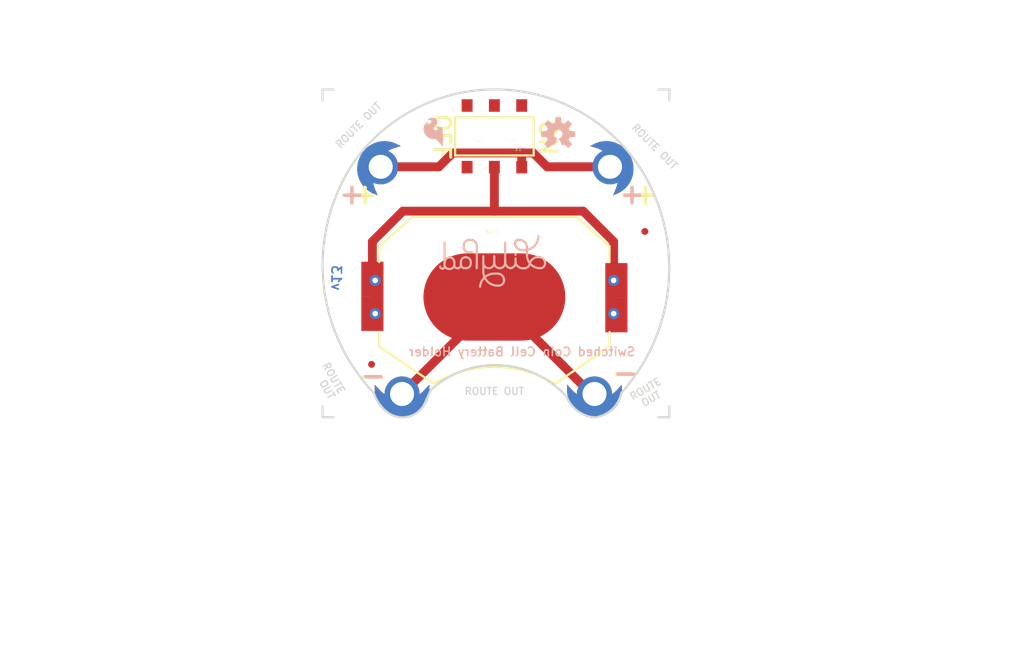
<source format=kicad_pcb>
(kicad_pcb (version 20221018) (generator pcbnew)
  (layers (0 "F.Cu" signal) (31 "B.Cu" signal) (34 "B.Paste" user) (35 "F.Paste" user) (36 "B.SilkS" user "B.Silkscreen") (37 "F.SilkS" user "F.Silkscreen") (38 "B.Mask" user) (39 "F.Mask" user) (44 "Edge.Cuts" user))
  (net 0 "")
  (net 1 "N$1")
  (net 2 "N$2")
  (net 3 "GND")
  (footprint "working:REVISION" (layer "F.Cu") (at 134.782559 132.299978)
    (fp_text reference "U$1" hide)
    (fp_text value "REVISION" hide)
  )
  (footprint "working:PETAL-SMALL-2SIDE" (layer "F.Cu") (at 139.9032 117.890557)
    (fp_text reference "BATB-0" hide)
    (fp_text value "SEWTAP6" hide)
    (fp_poly (pts (xy -1.854654 -0.173116) (xy -1.587232 0.024959) (xy -1.296131 0.192253) (xy -0.987629 0.32476) (xy -0.665875 0.420699) (xy -0.335186 0.478782) (xy 0 0.498229) (xy 0.335185 0.478782) (xy 0.665874 0.420699) (xy 0.987628 0.324761) (xy 1.29613 0.192253) (xy 1.58723 0.02496) (xy 1.857026 -0.174874) (xy 2.101909 -0.404577) (xy 2.322386 -0.665565) (xy 2.328157 -0.671841) (xy 2.493638 -0.837322) (xy 2.511917 -0.296411) (xy 2.511506 -0.283233) (xy 2.482035 0.022545) (xy 2.479921 0.03556) (xy 2.411099 0.334946) (xy 2.407318 0.347577) (xy 2.300304 0.63553) (xy 2.294919 0.647565) (xy 2.151516 0.919235) (xy 2.144617 0.930472) (xy 1.967239 1.181283) (xy 1.958943 1.191531) (xy 1.750579 1.417259) (xy 1.741026 1.426347) (xy 1.505184 1.62319) (xy 1.494535 1.630964) (xy 1.235188 1.795608) (xy 1.223621 1.801938) (xy 0.945135 1.93161) (xy 0.932846 1.936388) (xy 0.639913 2.028903) (xy 0.627109 2.03205) (xy 0.324662 2.08585) (xy 0.311558 2.087312) (xy 0.004691 2.101492) (xy 0.000001 2.1016) (xy 0 2.1016) (xy -0.004689 2.101492) (xy -0.311557 2.087313) (xy -0.324662 2.085851) (xy -0.627109 2.03205) (xy -0.639913 2.028903) (xy -0.932846 1.936389) (xy -0.945135 1.931611) (xy -1.223621 1.801939) (xy -1.235188 1.795609) (xy -1.494535 1.630965) (xy -1.505184 1.623191) (xy -1.741026 1.426348) (xy -1.750579 1.41726) (xy -1.958944 1.191532) (xy -1.96724 1.181284) (xy -2.144617 0.930473) (xy -2.151516 0.919236) (xy -2.294919 0.647566) (xy -2.300304 0.635531) (xy -2.407318 0.347578) (xy -2.411099 0.334947) (xy -2.479921 0.035561) (xy -2.482035 0.022546) (xy -2.511507 -0.283232) (xy -2.511918 -0.296411) (xy -2.5016 -0.601714) (xy -2.5016 -0.854591)) (fill solid) (layer "F.Cu"))
    (fp_poly (pts (xy 2.5016 -0.601714) (xy 2.511918 -0.296411) (xy 2.511507 -0.283232) (xy 2.482035 0.022546) (xy 2.479921 0.035561) (xy 2.411099 0.334947) (xy 2.407318 0.347578) (xy 2.300304 0.635531) (xy 2.294919 0.647566) (xy 2.151516 0.919236) (xy 2.144617 0.930473) (xy 1.96724 1.181284) (xy 1.958944 1.191532) (xy 1.750579 1.41726) (xy 1.741026 1.426348) (xy 1.505184 1.623191) (xy 1.494535 1.630965) (xy 1.235188 1.795609) (xy 1.223621 1.801939) (xy 0.945135 1.931611) (xy 0.932846 1.936389) (xy 0.639913 2.028903) (xy 0.627109 2.03205) (xy 0.324662 2.085851) (xy 0.311557 2.087313) (xy 0.004689 2.101492) (xy 0 2.1016) (xy -0.000001 2.1016) (xy -0.004691 2.101492) (xy -0.311558 2.087312) (xy -0.324662 2.08585) (xy -0.627109 2.03205) (xy -0.639913 2.028903) (xy -0.932846 1.936388) (xy -0.945135 1.93161) (xy -1.223621 1.801938) (xy -1.235188 1.795608) (xy -1.494535 1.630964) (xy -1.505184 1.62319) (xy -1.741026 1.426347) (xy -1.750579 1.417259) (xy -1.958943 1.191531) (xy -1.967239 1.181283) (xy -2.144617 0.930472) (xy -2.151516 0.919235) (xy -2.294919 0.647565) (xy -2.300304 0.63553) (xy -2.407318 0.347577) (xy -2.411099 0.334946) (xy -2.482146 0.025885) (xy -2.50954 -0.853224) (xy -2.328157 -0.671841) (xy -2.322386 -0.665565) (xy -2.101909 -0.404577) (xy -1.857026 -0.174874) (xy -1.58723 0.02496) (xy -1.29613 0.192253) (xy -0.987628 0.324761) (xy -0.665874 0.420699) (xy -0.335185 0.478782) (xy 0 0.498229) (xy 0.335186 0.478782) (xy 0.665875 0.420699) (xy 0.987629 0.32476) (xy 1.296131 0.192253) (xy 1.587232 0.024959) (xy 1.854654 -0.173116) (xy 2.5016 -0.854591)) (fill solid) (layer "B.Cu"))
    (pad "1" thru_hole circle (at 0 0 90) (size 3.216 3.216) (drill 2.2) (layers "*.Cu" "*.Mask") (net 3 "GND"))
  )
  (footprint "working:CREATIVE_COMMONS" (layer "F.Cu") (at 123.393197 129.724416)
    (fp_text reference "FRAME1" hide)
    (fp_text value "FRAME-LETTER" hide)
  )
  (footprint "working:PETAL-SMALL-2SIDE" (layer "F.Cu") (at 158.9532 97.062557 115)
    (fp_text reference "BATT+2" hide)
    (fp_text value "SEWTAP6" hide)
    (fp_poly (pts (xy -1.854654 -0.173116) (xy -1.587232 0.024959) (xy -1.296131 0.192253) (xy -0.987629 0.32476) (xy -0.665875 0.420699) (xy -0.335186 0.478782) (xy 0 0.498229) (xy 0.335185 0.478782) (xy 0.665874 0.420699) (xy 0.987628 0.324761) (xy 1.29613 0.192253) (xy 1.58723 0.02496) (xy 1.857026 -0.174874) (xy 2.101909 -0.404577) (xy 2.322386 -0.665565) (xy 2.328157 -0.671841) (xy 2.493638 -0.837322) (xy 2.511917 -0.296411) (xy 2.511506 -0.283233) (xy 2.482035 0.022545) (xy 2.479921 0.03556) (xy 2.411099 0.334946) (xy 2.407318 0.347577) (xy 2.300304 0.63553) (xy 2.294919 0.647565) (xy 2.151516 0.919235) (xy 2.144617 0.930472) (xy 1.967239 1.181283) (xy 1.958943 1.191531) (xy 1.750579 1.417259) (xy 1.741026 1.426347) (xy 1.505184 1.62319) (xy 1.494535 1.630964) (xy 1.235188 1.795608) (xy 1.223621 1.801938) (xy 0.945135 1.93161) (xy 0.932846 1.936388) (xy 0.639913 2.028903) (xy 0.627109 2.03205) (xy 0.324662 2.08585) (xy 0.311558 2.087312) (xy 0.004691 2.101492) (xy 0.000001 2.1016) (xy 0 2.1016) (xy -0.004689 2.101492) (xy -0.311557 2.087313) (xy -0.324662 2.085851) (xy -0.627109 2.03205) (xy -0.639913 2.028903) (xy -0.932846 1.936389) (xy -0.945135 1.931611) (xy -1.223621 1.801939) (xy -1.235188 1.795609) (xy -1.494535 1.630965) (xy -1.505184 1.623191) (xy -1.741026 1.426348) (xy -1.750579 1.41726) (xy -1.958944 1.191532) (xy -1.96724 1.181284) (xy -2.144617 0.930473) (xy -2.151516 0.919236) (xy -2.294919 0.647566) (xy -2.300304 0.635531) (xy -2.407318 0.347578) (xy -2.411099 0.334947) (xy -2.479921 0.035561) (xy -2.482035 0.022546) (xy -2.511507 -0.283232) (xy -2.511918 -0.296411) (xy -2.5016 -0.601714) (xy -2.5016 -0.854591)) (fill solid) (layer "F.Cu"))
    (fp_poly (pts (xy 2.5016 -0.601714) (xy 2.511918 -0.296411) (xy 2.511507 -0.283232) (xy 2.482035 0.022546) (xy 2.479921 0.035561) (xy 2.411099 0.334947) (xy 2.407318 0.347578) (xy 2.300304 0.635531) (xy 2.294919 0.647566) (xy 2.151516 0.919236) (xy 2.144617 0.930473) (xy 1.96724 1.181284) (xy 1.958944 1.191532) (xy 1.750579 1.41726) (xy 1.741026 1.426348) (xy 1.505184 1.623191) (xy 1.494535 1.630965) (xy 1.235188 1.795609) (xy 1.223621 1.801939) (xy 0.945135 1.931611) (xy 0.932846 1.936389) (xy 0.639913 2.028903) (xy 0.627109 2.03205) (xy 0.324662 2.085851) (xy 0.311557 2.087313) (xy 0.004689 2.101492) (xy 0 2.1016) (xy -0.000001 2.1016) (xy -0.004691 2.101492) (xy -0.311558 2.087312) (xy -0.324662 2.08585) (xy -0.627109 2.03205) (xy -0.639913 2.028903) (xy -0.932846 1.936388) (xy -0.945135 1.93161) (xy -1.223621 1.801938) (xy -1.235188 1.795608) (xy -1.494535 1.630964) (xy -1.505184 1.62319) (xy -1.741026 1.426347) (xy -1.750579 1.417259) (xy -1.958943 1.191531) (xy -1.967239 1.181283) (xy -2.144617 0.930472) (xy -2.151516 0.919235) (xy -2.294919 0.647565) (xy -2.300304 0.63553) (xy -2.407318 0.347577) (xy -2.411099 0.334946) (xy -2.482146 0.025885) (xy -2.50954 -0.853224) (xy -2.328157 -0.671841) (xy -2.322386 -0.665565) (xy -2.101909 -0.404577) (xy -1.857026 -0.174874) (xy -1.58723 0.02496) (xy -1.29613 0.192253) (xy -0.987628 0.324761) (xy -0.665874 0.420699) (xy -0.335185 0.478782) (xy 0 0.498229) (xy 0.335186 0.478782) (xy 0.665875 0.420699) (xy 0.987629 0.32476) (xy 1.296131 0.192253) (xy 1.587232 0.024959) (xy 1.854654 -0.173116) (xy 2.5016 -0.854591)) (fill solid) (layer "B.Cu"))
    (pad "1" thru_hole circle (at 0 0 205) (size 3.216 3.216) (drill 2.2) (layers "*.Cu" "*.Mask") (net 2 "N$2"))
  )
  (footprint "working:MICRO-FIDUCIAL" (layer "F.Cu") (at 162.14344 102.988376)
    (fp_text reference "FD1" hide)
    (fp_text value "FIDUCIALUFIDUCIAL" hide)
    (pad "1" smd roundrect (at 0 0) (size 0.635 0.635) (layers "F.Cu" "F.Mask") (roundrect_rratio 0.5))
  )
  (footprint "working:PETAL-SMALL-2SIDE" (layer "F.Cu") (at 137.9474 97.062557 -115)
    (fp_text reference "BATT+0" hide)
    (fp_text value "SEWTAP6" hide)
    (fp_poly (pts (xy -1.854654 -0.173116) (xy -1.587232 0.024959) (xy -1.296131 0.192253) (xy -0.987629 0.32476) (xy -0.665875 0.420699) (xy -0.335186 0.478782) (xy 0 0.498229) (xy 0.335185 0.478782) (xy 0.665874 0.420699) (xy 0.987628 0.324761) (xy 1.29613 0.192253) (xy 1.58723 0.02496) (xy 1.857026 -0.174874) (xy 2.101909 -0.404577) (xy 2.322386 -0.665565) (xy 2.328157 -0.671841) (xy 2.493638 -0.837322) (xy 2.511917 -0.296411) (xy 2.511506 -0.283233) (xy 2.482035 0.022545) (xy 2.479921 0.03556) (xy 2.411099 0.334946) (xy 2.407318 0.347577) (xy 2.300304 0.63553) (xy 2.294919 0.647565) (xy 2.151516 0.919235) (xy 2.144617 0.930472) (xy 1.967239 1.181283) (xy 1.958943 1.191531) (xy 1.750579 1.417259) (xy 1.741026 1.426347) (xy 1.505184 1.62319) (xy 1.494535 1.630964) (xy 1.235188 1.795608) (xy 1.223621 1.801938) (xy 0.945135 1.93161) (xy 0.932846 1.936388) (xy 0.639913 2.028903) (xy 0.627109 2.03205) (xy 0.324662 2.08585) (xy 0.311558 2.087312) (xy 0.004691 2.101492) (xy 0.000001 2.1016) (xy 0 2.1016) (xy -0.004689 2.101492) (xy -0.311557 2.087313) (xy -0.324662 2.085851) (xy -0.627109 2.03205) (xy -0.639913 2.028903) (xy -0.932846 1.936389) (xy -0.945135 1.931611) (xy -1.223621 1.801939) (xy -1.235188 1.795609) (xy -1.494535 1.630965) (xy -1.505184 1.623191) (xy -1.741026 1.426348) (xy -1.750579 1.41726) (xy -1.958944 1.191532) (xy -1.96724 1.181284) (xy -2.144617 0.930473) (xy -2.151516 0.919236) (xy -2.294919 0.647566) (xy -2.300304 0.635531) (xy -2.407318 0.347578) (xy -2.411099 0.334947) (xy -2.479921 0.035561) (xy -2.482035 0.022546) (xy -2.511507 -0.283232) (xy -2.511918 -0.296411) (xy -2.5016 -0.601714) (xy -2.5016 -0.854591)) (fill solid) (layer "F.Cu"))
    (fp_poly (pts (xy 2.5016 -0.601714) (xy 2.511918 -0.296411) (xy 2.511507 -0.283232) (xy 2.482035 0.022546) (xy 2.479921 0.035561) (xy 2.411099 0.334947) (xy 2.407318 0.347578) (xy 2.300304 0.635531) (xy 2.294919 0.647566) (xy 2.151516 0.919236) (xy 2.144617 0.930473) (xy 1.96724 1.181284) (xy 1.958944 1.191532) (xy 1.750579 1.41726) (xy 1.741026 1.426348) (xy 1.505184 1.623191) (xy 1.494535 1.630965) (xy 1.235188 1.795609) (xy 1.223621 1.801939) (xy 0.945135 1.931611) (xy 0.932846 1.936389) (xy 0.639913 2.028903) (xy 0.627109 2.03205) (xy 0.324662 2.085851) (xy 0.311557 2.087313) (xy 0.004689 2.101492) (xy 0 2.1016) (xy -0.000001 2.1016) (xy -0.004691 2.101492) (xy -0.311558 2.087312) (xy -0.324662 2.08585) (xy -0.627109 2.03205) (xy -0.639913 2.028903) (xy -0.932846 1.936388) (xy -0.945135 1.93161) (xy -1.223621 1.801938) (xy -1.235188 1.795608) (xy -1.494535 1.630964) (xy -1.505184 1.62319) (xy -1.741026 1.426347) (xy -1.750579 1.417259) (xy -1.958943 1.191531) (xy -1.967239 1.181283) (xy -2.144617 0.930472) (xy -2.151516 0.919235) (xy -2.294919 0.647565) (xy -2.300304 0.63553) (xy -2.407318 0.347577) (xy -2.411099 0.334946) (xy -2.482146 0.025885) (xy -2.50954 -0.853224) (xy -2.328157 -0.671841) (xy -2.322386 -0.665565) (xy -2.101909 -0.404577) (xy -1.857026 -0.174874) (xy -1.58723 0.02496) (xy -1.29613 0.192253) (xy -0.987628 0.324761) (xy -0.665874 0.420699) (xy -0.335185 0.478782) (xy 0 0.498229) (xy 0.335186 0.478782) (xy 0.665875 0.420699) (xy 0.987629 0.32476) (xy 1.296131 0.192253) (xy 1.587232 0.024959) (xy 1.854654 -0.173116) (xy 2.5016 -0.854591)) (fill solid) (layer "B.Cu"))
    (pad "1" thru_hole circle (at 0 0 335) (size 3.216 3.216) (drill 2.2) (layers "*.Cu" "*.Mask") (net 2 "N$2"))
  )
  (footprint "working:MICRO-FIDUCIAL" (layer "F.Cu") (at 137.11174 115.177839)
    (fp_text reference "FD2" hide)
    (fp_text value "FIDUCIALUFIDUCIAL" hide)
    (pad "1" smd roundrect (at 0 0) (size 0.635 0.635) (layers "F.Cu" "F.Mask") (roundrect_rratio 0.5))
  )
  (footprint "working:AYZ0202" (layer "F.Cu") (at 148.3614 94.268557 180)
    (fp_text reference "S1" (at -2.54 -1.143) (layer "F.SilkS") (effects (font (size 0.376489 0.376489) (thickness 0.029911)) (justify right)))
    (fp_text value "")
    (fp_line (start -3.6 -1.75) (end -3.6 1.75) (stroke (width 0.2032)) (layer "F.SilkS"))
    (fp_line (start -3.6 1.75) (end 3.6 1.75) (stroke (width 0.2032)) (layer "F.SilkS"))
    (fp_line (start 3.6 -1.75) (end -3.6 -1.75) (stroke (width 0.2032)) (layer "F.SilkS"))
    (fp_line (start 3.6 1.75) (end 3.6 -1.75) (stroke (width 0.2032)) (layer "F.SilkS"))
    (pad "" np_thru_hole circle (at -1.5 0 180) (size 0.85 0.85) (drill 0.85) (layers "*.Cu" "*.Mask"))
    (pad "" np_thru_hole circle (at 1.5 0 180) (size 0.85 0.85) (drill 0.85) (layers "*.Cu" "*.Mask"))
    (pad "1" smd rect (at -2.5 -2.825 180) (size 1 1.15) (layers "F.Cu" "F.Paste" "F.Mask") (net 2 "N$2"))
    (pad "2" smd rect (at 0 -2.825 180) (size 1 1.15) (layers "F.Cu" "F.Paste" "F.Mask") (net 1 "N$1"))
    (pad "3" smd rect (at 2.5 -2.825 180) (size 1 1.15) (layers "F.Cu" "F.Paste" "F.Mask"))
    (pad "4" smd rect (at -2.5 2.825 180) (size 1 1.15) (layers "F.Cu" "F.Paste" "F.Mask"))
    (pad "5" smd rect (at 0 2.825 180) (size 1 1.15) (layers "F.Cu" "F.Paste" "F.Mask"))
    (pad "6" smd rect (at 2.5 2.825 180) (size 1 1.15) (layers "F.Cu" "F.Paste" "F.Mask"))
  )
  (footprint "working:PETAL-SMALL-2SIDE" (layer "F.Cu") (at 157.5308 117.890557)
    (fp_text reference "BATB-2" hide)
    (fp_text value "SEWTAP6" hide)
    (fp_poly (pts (xy -1.854654 -0.173116) (xy -1.587232 0.024959) (xy -1.296131 0.192253) (xy -0.987629 0.32476) (xy -0.665875 0.420699) (xy -0.335186 0.478782) (xy 0 0.498229) (xy 0.335185 0.478782) (xy 0.665874 0.420699) (xy 0.987628 0.324761) (xy 1.29613 0.192253) (xy 1.58723 0.02496) (xy 1.857026 -0.174874) (xy 2.101909 -0.404577) (xy 2.322386 -0.665565) (xy 2.328157 -0.671841) (xy 2.493638 -0.837322) (xy 2.511917 -0.296411) (xy 2.511506 -0.283233) (xy 2.482035 0.022545) (xy 2.479921 0.03556) (xy 2.411099 0.334946) (xy 2.407318 0.347577) (xy 2.300304 0.63553) (xy 2.294919 0.647565) (xy 2.151516 0.919235) (xy 2.144617 0.930472) (xy 1.967239 1.181283) (xy 1.958943 1.191531) (xy 1.750579 1.417259) (xy 1.741026 1.426347) (xy 1.505184 1.62319) (xy 1.494535 1.630964) (xy 1.235188 1.795608) (xy 1.223621 1.801938) (xy 0.945135 1.93161) (xy 0.932846 1.936388) (xy 0.639913 2.028903) (xy 0.627109 2.03205) (xy 0.324662 2.08585) (xy 0.311558 2.087312) (xy 0.004691 2.101492) (xy 0.000001 2.1016) (xy 0 2.1016) (xy -0.004689 2.101492) (xy -0.311557 2.087313) (xy -0.324662 2.085851) (xy -0.627109 2.03205) (xy -0.639913 2.028903) (xy -0.932846 1.936389) (xy -0.945135 1.931611) (xy -1.223621 1.801939) (xy -1.235188 1.795609) (xy -1.494535 1.630965) (xy -1.505184 1.623191) (xy -1.741026 1.426348) (xy -1.750579 1.41726) (xy -1.958944 1.191532) (xy -1.96724 1.181284) (xy -2.144617 0.930473) (xy -2.151516 0.919236) (xy -2.294919 0.647566) (xy -2.300304 0.635531) (xy -2.407318 0.347578) (xy -2.411099 0.334947) (xy -2.479921 0.035561) (xy -2.482035 0.022546) (xy -2.511507 -0.283232) (xy -2.511918 -0.296411) (xy -2.5016 -0.601714) (xy -2.5016 -0.854591)) (fill solid) (layer "F.Cu"))
    (fp_poly (pts (xy 2.5016 -0.601714) (xy 2.511918 -0.296411) (xy 2.511507 -0.283232) (xy 2.482035 0.022546) (xy 2.479921 0.035561) (xy 2.411099 0.334947) (xy 2.407318 0.347578) (xy 2.300304 0.635531) (xy 2.294919 0.647566) (xy 2.151516 0.919236) (xy 2.144617 0.930473) (xy 1.96724 1.181284) (xy 1.958944 1.191532) (xy 1.750579 1.41726) (xy 1.741026 1.426348) (xy 1.505184 1.623191) (xy 1.494535 1.630965) (xy 1.235188 1.795609) (xy 1.223621 1.801939) (xy 0.945135 1.931611) (xy 0.932846 1.936389) (xy 0.639913 2.028903) (xy 0.627109 2.03205) (xy 0.324662 2.085851) (xy 0.311557 2.087313) (xy 0.004689 2.101492) (xy 0 2.1016) (xy -0.000001 2.1016) (xy -0.004691 2.101492) (xy -0.311558 2.087312) (xy -0.324662 2.08585) (xy -0.627109 2.03205) (xy -0.639913 2.028903) (xy -0.932846 1.936388) (xy -0.945135 1.93161) (xy -1.223621 1.801938) (xy -1.235188 1.795608) (xy -1.494535 1.630964) (xy -1.505184 1.62319) (xy -1.741026 1.426347) (xy -1.750579 1.417259) (xy -1.958943 1.191531) (xy -1.967239 1.181283) (xy -2.144617 0.930472) (xy -2.151516 0.919235) (xy -2.294919 0.647565) (xy -2.300304 0.63553) (xy -2.407318 0.347577) (xy -2.411099 0.334946) (xy -2.482146 0.025885) (xy -2.50954 -0.853224) (xy -2.328157 -0.671841) (xy -2.322386 -0.665565) (xy -2.101909 -0.404577) (xy -1.857026 -0.174874) (xy -1.58723 0.02496) (xy -1.29613 0.192253) (xy -0.987628 0.324761) (xy -0.665874 0.420699) (xy -0.335185 0.478782) (xy 0 0.498229) (xy 0.335186 0.478782) (xy 0.665875 0.420699) (xy 0.987629 0.32476) (xy 1.296131 0.192253) (xy 1.587232 0.024959) (xy 1.854654 -0.173116) (xy 2.5016 -0.854591)) (fill solid) (layer "B.Cu"))
    (pad "1" thru_hole circle (at 0 0 90) (size 3.216 3.216) (drill 2.2) (layers "*.Cu" "*.Mask") (net 3 "GND"))
  )
  (footprint "working:BATTCON_20MM_4LEGS" (layer "F.Cu") (at 148.3614 109.000557)
    (fp_text reference "BAT1" (at -0.889 -5.969) (layer "F.SilkS") (effects (font (size 0.376489 0.376489) (thickness 0.029911)) (justify left)))
    (fp_text value "20mm coincell")
    (fp_line (start -10.55 -3.2) (end -10.55 -4.65) (stroke (width 0.2032)) (layer "F.SilkS"))
    (fp_line (start -10.55 4.55) (end -10.55 3.2) (stroke (width 0.2032)) (layer "F.SilkS"))
    (fp_line (start -7.5 -7.35) (end -10.55 -4.65) (stroke (width 0.2032)) (layer "F.SilkS"))
    (fp_line (start -7.5 -7.35) (end 7.5 -7.35) (stroke (width 0.2032)) (layer "F.SilkS"))
    (fp_line (start -5.55 7.95) (end -10.55 4.55) (stroke (width 0.2032)) (layer "F.SilkS"))
    (fp_line (start 7.5 -7.35) (end 10.55 -4.65) (stroke (width 0.2032)) (layer "F.SilkS"))
    (fp_line (start 10.55 -4.65) (end 10.55 -3.2) (stroke (width 0.2032)) (layer "F.SilkS"))
    (fp_line (start 10.55 4.55) (end 5.55 7.95) (stroke (width 0.2032)) (layer "F.SilkS"))
    (fp_line (start 10.55 4.55) (end 10.55 3.2) (stroke (width 0.2032)) (layer "F.SilkS"))
    (fp_arc (start -5.549999 7.949999) (mid 0.000001 6.400001) (end 5.55 7.95) (stroke (width 0.2032)) (layer "F.SilkS"))
    (pad "NEGATIVE" smd roundrect (at 0 0) (size 13 8) (layers "F.Cu" "F.Mask") (roundrect_rratio 0.5) (net 3 "GND"))
    (pad "POSITIVE@1" smd rect (at -11.176 -1.651 180) (size 2.032 3.175) (layers "F.Cu" "F.Mask") (net 1 "N$1"))
    (pad "POSITIVE@2" smd rect (at -11.176 1.524) (size 2.032 3.175) (layers "F.Cu" "F.Mask") (net 1 "N$1"))
    (pad "POSITIVE@3" smd rect (at 11.176 -1.524 180) (size 2.032 3.175) (layers "F.Cu" "F.Mask") (net 1 "N$1"))
    (pad "POSITIVE@4" smd rect (at 11.176 1.651) (size 2.032 3.175) (layers "F.Cu" "F.Mask") (net 1 "N$1"))
  )
  (footprint "working:LOGO-LILYPAD" (layer "B.Cu") (at 148.1582 105.393757 180)
    (fp_text reference "U$3" hide)
    (fp_text value "" hide)
    (fp_line (start -3.19 0.235) (end -3.19 0.935) (stroke (width 0.2032)) (layer "B.SilkS"))
    (fp_line (start -2.94 0.685) (end -2.79 0.685) (stroke (width 0.2032)) (layer "B.SilkS"))
    (fp_line (start -2.49 1.635) (end -2.39 1.635) (stroke (width 0.2032)) (layer "B.SilkS"))
    (fp_line (start -2.14 -0.365) (end -2.14 -0.515) (stroke (width 0.2032)) (layer "B.SilkS"))
    (fp_line (start -2.14 -0.365) (end -2.14 -0.065) (stroke (width 0.2032)) (layer "B.SilkS"))
    (fp_line (start -2.14 0.235) (end -2.14 0.285) (stroke (width 0.2032)) (layer "B.SilkS"))
    (fp_line (start -1.19 -0.465) (end -1.19 -0.415) (stroke (width 0.2032)) (layer "B.SilkS"))
    (fp_line (start -1.19 -0.265) (end -1.19 1.385) (stroke (width 0.2032)) (layer "B.SilkS"))
    (fp_line (start -0.59 -2.565) (end -0.49 -2.565) (stroke (width 0.2032)) (layer "B.SilkS"))
    (fp_line (start -0.49 -1.465) (end -0.29 -1.465) (stroke (width 0.2032)) (layer "B.SilkS"))
    (fp_line (start -0.19 -0.465) (end -0.19 0.135) (stroke (width 0.2032)) (layer "B.SilkS"))
    (fp_line (start 0.81 -1.265) (end 0.81 -0.465) (stroke (width 0.2032)) (layer "B.SilkS"))
    (fp_line (start 0.81 -0.465) (end 0.81 0.135) (stroke (width 0.2032)) (layer "B.SilkS"))
    (fp_line (start 1.41 -0.965) (end 1.41 1.135) (stroke (width 0.2032)) (layer "B.SilkS"))
    (fp_line (start 2.11 0.485) (end 1.81 0.485) (stroke (width 0.2032)) (layer "B.SilkS"))
    (fp_line (start 2.36 0.035) (end 2.46 0.035) (stroke (width 0.2032)) (layer "B.SilkS"))
    (fp_line (start 2.56 -0.965) (end 2.36 -0.965) (stroke (width 0.2032)) (layer "B.SilkS"))
    (fp_line (start 2.61 1.135) (end 2.61 0.935) (stroke (width 0.2032)) (layer "B.SilkS"))
    (fp_line (start 2.86 -0.365) (end 2.86 -0.565) (stroke (width 0.2032)) (layer "B.SilkS"))
    (fp_line (start 3.46 -0.765) (end 3.46 -0.715) (stroke (width 0.2032)) (layer "B.SilkS"))
    (fp_line (start 3.46 -0.715) (end 3.46 -0.465) (stroke (width 0.2032)) (layer "B.SilkS"))
    (fp_line (start 4.36 -0.715) (end 4.36 -0.815) (stroke (width 0.2032)) (layer "B.SilkS"))
    (fp_line (start 4.36 -0.615) (end 4.36 1.385) (stroke (width 0.2032)) (layer "B.SilkS"))
    (fp_arc (start -4.84 -0.565) (mid -4.697843 -0.858198) (end -4.39 -0.965) (stroke (width 0.2032)) (layer "B.SilkS"))
    (fp_arc (start -4.39 -0.965) (mid -3.541472 -0.613528) (end -3.19 0.235) (stroke (width 0.2032)) (layer "B.SilkS"))
    (fp_arc (start -4.39 0.035) (mid -4.739264 -0.171802) (end -4.84 -0.565) (stroke (width 0.2032)) (layer "B.SilkS"))
    (fp_arc (start -4.24 1.985) (mid -3.859239 1.065761) (end -2.94 0.685) (stroke (width 0.2032)) (layer "B.SilkS"))
    (fp_arc (start -3.44 -0.565) (mid -3.790736 -0.068249) (end -4.39 0.035) (stroke (width 0.2032)) (layer "B.SilkS"))
    (fp_arc (start -3.44 -0.565) (mid -3.222842 -0.889264) (end -2.839999 -0.964999) (stroke (width 0.2032)) (layer "B.SilkS"))
    (fp_arc (start -3.190001 -0.914999) (mid -2.582158 -0.932462) (end -2.14 -0.515) (stroke (width 0.2032)) (layer "B.SilkS"))
    (fp_arc (start -2.79 0.685) (mid -2.305381 0.865025) (end -2.09 1.335) (stroke (width 0.2032)) (layer "B.SilkS"))
    (fp_arc (start -2.49 1.635) (mid -2.984975 1.429975) (end -3.19 0.935) (stroke (width 0.2032)) (layer "B.SilkS"))
    (fp_arc (start -2.14 -0.365) (mid -2.039264 -0.758198) (end -1.69 -0.965) (stroke (width 0.2032)) (layer "B.SilkS"))
    (fp_arc (start -2.09 1.335) (mid -2.177868 1.547132) (end -2.39 1.635) (stroke (width 0.2032)) (layer "B.SilkS"))
    (fp_arc (start -1.690001 -0.965) (mid -1.338239 -0.782511) (end -1.19 -0.415) (stroke (width 0.2032)) (layer "B.SilkS"))
    (fp_arc (start -1.19 -0.465) (mid -1.043553 -0.818553) (end -0.69 -0.965) (stroke (width 0.2032)) (layer "B.SilkS"))
    (fp_arc (start -1.19 -0.415) (mid -1.187119 -0.34) (end -1.19 -0.265) (stroke (width 0.2032)) (layer "B.SilkS"))
    (fp_arc (start -1.09 -2.065) (mid -0.943553 -2.418553) (end -0.59 -2.565) (stroke (width 0.2032)) (layer "B.SilkS"))
    (fp_arc (start -0.69 -0.965) (mid -0.336447 -0.818553) (end -0.19 -0.465) (stroke (width 0.2032)) (layer "B.SilkS"))
    (fp_arc (start -0.49 -2.565) (mid 0.429239 -2.184239) (end 0.81 -1.265) (stroke (width 0.2032)) (layer "B.SilkS"))
    (fp_arc (start -0.489999 -1.464999) (mid -0.914264 -1.640735) (end -1.09 -2.065) (stroke (width 0.2032)) (layer "B.SilkS"))
    (fp_arc (start -0.19 -0.465) (mid -0.043553 -0.818553) (end 0.31 -0.965) (stroke (width 0.2032)) (layer "B.SilkS"))
    (fp_arc (start 0.31 -0.965) (mid 0.663553 -0.818553) (end 0.81 -0.465) (stroke (width 0.2032)) (layer "B.SilkS"))
    (fp_arc (start 1.11 -2.665) (mid 0.658528 -1.775051) (end -0.29 -1.465) (stroke (width 0.2032)) (layer "B.SilkS"))
    (fp_arc (start 1.959999 -0.464999) (mid 2.056446 -0.797842) (end 2.36 -0.965) (stroke (width 0.2032)) (layer "B.SilkS"))
    (fp_arc (start 2.01 1.635) (mid 1.606447 1.509264) (end 1.41 1.135) (stroke (width 0.2032)) (layer "B.SilkS"))
    (fp_arc (start 2.109999 0.484999) (mid 2.453171 0.606475) (end 2.61 0.935) (stroke (width 0.2032)) (layer "B.SilkS"))
    (fp_arc (start 2.36 0.035) (mid 2.056447 -0.132157) (end 1.96 -0.465) (stroke (width 0.2032)) (layer "B.SilkS"))
    (fp_arc (start 2.56 -0.965) (mid 2.792843 -0.827132) (end 2.86 -0.565) (stroke (width 0.2032)) (layer "B.SilkS"))
    (fp_arc (start 2.609999 1.134999) (mid 2.413529 1.509234) (end 2.01 1.635) (stroke (width 0.2032)) (layer "B.SilkS"))
    (fp_arc (start 2.86 -0.565) (mid 2.902157 -0.816777) (end 3.11 -0.965) (stroke (width 0.2032)) (layer "B.SilkS"))
    (fp_arc (start 2.86 -0.365) (mid 2.742843 -0.082157) (end 2.46 0.035) (stroke (width 0.2032)) (layer "B.SilkS"))
    (fp_arc (start 3.11 -0.965) (mid 3.326421 -0.937487) (end 3.46 -0.765) (stroke (width 0.2032)) (layer "B.SilkS"))
    (fp_arc (start 3.46 -0.715) (mid 3.697868 -0.989264) (end 4.06 -1.015) (stroke (width 0.2032)) (layer "B.SilkS"))
    (fp_arc (start 3.91 0.035) (mid 3.581447 -0.121802) (end 3.46 -0.465) (stroke (width 0.2032)) (layer "B.SilkS"))
    (fp_arc (start 4.059999 -1.015) (mid 4.251547 -0.906548) (end 4.36 -0.715) (stroke (width 0.2032)) (layer "B.SilkS"))
    (fp_arc (start 4.36 -0.815) (mid 4.418579 -0.956421) (end 4.56 -1.015) (stroke (width 0.2032)) (layer "B.SilkS"))
    (fp_arc (start 4.36 -0.715) (mid 4.372311 -0.615) (end 4.36 -0.515) (stroke (width 0.2032)) (layer "B.SilkS"))
    (fp_arc (start 4.36 -0.515) (mid 4.248909 -0.146802) (end 3.91 0.035) (stroke (width 0.2032)) (layer "B.SilkS"))
    (fp_arc (start 4.56 -1.015) (mid 4.701421 -0.956421) (end 4.76 -0.815) (stroke (width 0.2032)) (layer "B.SilkS"))
  )
  (footprint "working:SFE_LOGO_FLAME_.1" (layer "B.Cu") (at 143.9164 95.487757 180)
    (fp_text reference "LOGO1" hide)
    (fp_text value "SFE_LOGO_FLAME.1_INCH" hide)
    (fp_poly (pts (xy 1.412844 2.906175) (xy 1.560112 2.832541) (xy 1.605026 2.798855) (xy 1.681982 2.7219) (xy 1.571006 2.7219) (xy 1.551005 2.7319) (xy 1.504689 2.7319) (xy 1.469241 2.723038) (xy 1.467472 2.72264) (xy 1.422477 2.713641) (xy 1.39011 2.697457) (xy 1.35808 2.673435) (xy 1.343019 2.650843) (xy 1.335288 2.635381) (xy 1.3281 2.613817) (xy 1.3281 2.564689) (xy 1.335361 2.535643) (xy 1.369607 2.484275) (xy 1.425028 2.428854) (xy 1.462016 2.401113) (xy 1.489157 2.383019) (xy 1.523301 2.365947) (xy 1.594689 2.3481) (xy 1.613817 2.3481) (xy 1.629418 2.3533) (xy 1.648687 2.372569) (xy 1.654712 2.384619) (xy 1.6619 2.406183) (xy 1.6619 2.558742) (xy 1.804838 2.469406) (xy 1.890505 2.373031) (xy 1.964662 2.256498) (xy 2.016145 2.102048) (xy 2.017447 2.097021) (xy 2.048309 1.932428) (xy 2.037811 1.753974) (xy 1.985628 1.555678) (xy 1.881878 1.368928) (xy 1.810074 1.276609) (xy 1.806941 1.273059) (xy 1.726941 1.193059) (xy 1.725089 1.191327) (xy 1.642524 1.119083) (xy 1.536984 1.055759) (xy 1.43415 1.014625) (xy 1.430025 1.013242) (xy 1.320025 0.983242) (xy 1.316264 0.982418) (xy 1.193153 0.9619) (xy 1.003156 0.9619) (xy 0.953396 0.953606) (xy 0.863627 0.899745) (xy 0.767974 0.804092) (xy 0.648928 0.665205) (xy 0.646941 0.663059) (xy 0.528159 0.544277) (xy 0.479269 0.485609) (xy 0.476941 0.483059) (xy 0.430255 0.436373) (xy 0.400257 0.386376) (xy 0.2819 0.268018) (xy 0.2819 1.73) (xy 0.282194 1.734726) (xy 0.292559 1.817641) (xy 0.314746 1.895296) (xy 0.380852 2.005474) (xy 0.436199 2.049751) (xy 0.43714 2.05048) (xy 0.481171 2.083503) (xy 0.539098 2.106674) (xy 0.592528 2.11736) (xy 0.593736 2.117582) (xy 0.656847 2.1281) (xy 0.788994 2.1281) (xy 0.884319 2.080438) (xy 0.832569 2.028687) (xy 0.784617 2.004711) (xy 0.760581 1.996699) (xy 0.7133 1.949418) (xy 0.7081 1.933817) (xy 0.7081 1.906183) (xy 0.714531 1.886888) (xy 0.729607 1.864275) (xy 0.781411 1.81247) (xy 0.820903 1.796673) (xy 0.863772 1.7881) (xy 0.935311 1.7881) (xy 1.004356 1.805361) (xy 1.053943 1.838419) (xy 1.086003 1.878494) (xy 1.1019 1.926183) (xy 1.1019 1.983091) (xy 1.077224 2.048894) (xy 1.013059 2.113059) (xy 1.011524 2.114688) (xy 0.931524 2.204688) (xy 0.858661 2.287958) (xy 0.804008 2.386334) (xy 0.7819 2.485818) (xy 0.7819 2.576183) (xy 0.815289 2.676349) (xy 0.871274 2.765925) (xy 0.969046 2.84197) (xy 1.087145 2.906387) (xy 1.206565 2.9281) (xy 1.314182 2.9281)) (fill solid) (layer "B.SilkS"))
  )
  (footprint "working:OSHW-LOGO-S" (layer "B.Cu") (at 154.2034 94.065357 180)
    (fp_text reference "LOGO2" hide)
    (fp_text value "OSHW-LOGOS" hide)
    (fp_poly (pts (xy 0.301646 1.06135) (xy 0.42347 1.022344) (xy 0.537176 0.963768) (xy 0.92862 1.282946) (xy 1.282946 0.92862) (xy 0.961034 0.533823) (xy 1.057045 0.302084) (xy 1.5638 0.250561) (xy 1.5638 -0.250561) (xy 1.057045 -0.302084) (xy 0.961034 -0.533823) (xy 1.282946 -0.92862) (xy 0.92862 -1.282946) (xy 0.537177 -0.963769) (xy 0.356601 -1.056794) (xy 0.088679 -0.410073) (xy 0.326262 -0.217599) (xy 0.373649 -0.121467) (xy 0.392728 -0.010339) (xy 0.379464 0.101633) (xy 0.334947 0.205228) (xy 0.262841 0.291917) (xy 0.169087 0.35456) (xy 0.061406 0.387998) (xy -0.051341 0.38948) (xy -0.159867 0.358881) (xy -0.255233 0.298724) (xy -0.329589 0.213961) (xy -0.376813 0.111569) (xy -0.392175 0.005766) (xy -0.322922 -0.222564) (xy -0.249312 -0.303772) (xy 0.091677 -0.5081) (xy -0.12929 -0.5081) (xy -0.355332 -1.053732) (xy -0.503776 -0.984886) (xy -0.5093 -0.98204) (xy -0.538921 -0.965192) (xy -0.92862 -1.282946) (xy -1.282946 -0.92862) (xy -0.961034 -0.533823) (xy -1.057045 -0.302084) (xy -1.5638 -0.250561) (xy -1.5638 0.250561) (xy -1.057045 0.302084) (xy -0.961034 0.533823) (xy -1.282946 0.92862) (xy -0.92862 1.282946) (xy -0.533823 0.961034) (xy -0.302084 1.057045) (xy -0.250561 1.5638) (xy 0.250561 1.5638)) (fill solid) (layer "B.SilkS"))
  )
  (gr_arc (start 135.3233 96.988257) (mid 135.2531 97.003857) (end 135.2375 96.933657) (stroke (width 0.008)) (layer "Edge.Cuts"))
  (gr_arc (start 136.3852 95.403457) (mid 136.4569 95.398757) (end 136.4616 95.470457) (stroke (width 0.008)) (layer "Edge.Cuts"))
  (gr_arc (start 158.0652 119.807557) (mid 158.0065 119.766057) (end 158.048 119.707357) (stroke (width 0.008)) (layer "Edge.Cuts"))
  (gr_arc (start 141.9649 118.657357) (mid 142.032 118.631457) (end 142.0579 118.698557) (stroke (width 0.008)) (layer "Edge.Cuts"))
  (gr_arc (start 137.3124 117.788957) (mid 132.706506 107.725191) (end 135.2804 96.960957) (stroke (width 0.2032)) (layer "Edge.Cuts"))
  (gr_line (start 132.6134 119.008157) (end 132.6134 120.024157) (stroke (width 0.2032)) (layer "Edge.Cuts"))
  (gr_arc (start 142.011398 118.677958) (mid 140.511778 119.951279) (end 138.5824 119.566957) (stroke (width 0.2032)) (layer "Edge.Cuts"))
  (gr_circle (center 149.8614 94.293957) (end 150.2864 94.293957) (stroke (width 0.008)) (fill none) (layer "Edge.Cuts"))
  (gr_arc (start 142.473 117.514357) (mid 142.54 117.488557) (end 142.5658 117.555557) (stroke (width 0.008)) (layer "Edge.Cuts"))
  (gr_arc (start 159.9563 117.949857) (mid 159.8845 117.953857) (end 159.8805 117.882057) (stroke (width 0.008)) (layer "Edge.Cuts"))
  (gr_arc (start 138.5518 119.607457) (mid 138.5419 119.536357) (end 138.613 119.526457) (stroke (width 0.008)) (layer "Edge.Cuts"))
  (gr_circle (center 146.8614 94.293957) (end 147.2864 94.293957) (stroke (width 0.008)) (fill none) (layer "Edge.Cuts"))
  (gr_arc (start 136.423399 95.436957) (mid 149.821658 90.033128) (end 162.052 97.722957) (stroke (width 0.2032)) (layer "Edge.Cuts"))
  (gr_arc (start 136.7949 117.327657) (mid 136.7831 117.398457) (end 136.7123 117.386657) (stroke (width 0.008)) (layer "Edge.Cuts"))
  (gr_arc (start 158.0492 119.707157) (mid 158.1069 119.750057) (end 158.064 119.807757) (stroke (width 0.008)) (layer "Edge.Cuts"))
  (gr_line (start 132.6134 89.975957) (end 132.6134 90.991957) (stroke (width 0.2032)) (layer "Edge.Cuts"))
  (gr_arc (start 142.5194 117.534957) (mid 148.863392 115.249406) (end 154.9654 118.119157) (stroke (width 0.2032)) (layer "Edge.Cuts"))
  (gr_line (start 164.3888 89.975957) (end 163.3728 89.975957) (stroke (width 0.2032)) (layer "Edge.Cuts"))
  (gr_arc (start 137.2641 117.804757) (mid 137.2966 117.740657) (end 137.3607 117.773157) (stroke (width 0.008)) (layer "Edge.Cuts"))
  (gr_line (start 164.3888 90.991957) (end 164.3888 89.975957) (stroke (width 0.2032)) (layer "Edge.Cuts"))
  (gr_arc (start 137.3492 117.753957) (mid 137.3474 117.825757) (end 137.2756 117.823957) (stroke (width 0.008)) (layer "Edge.Cuts"))
  (gr_line (start 136.2456 116.645957) (end 136.7536 117.357157) (stroke (width 0.008)) (layer "Edge.Cuts"))
  (gr_arc (start 135.2804 96.960957) (mid 135.82256 96.176952) (end 136.4234 95.436957) (stroke (width 0.2032)) (layer "Edge.Cuts"))
  (gr_line (start 164.3888 120.024157) (end 164.3888 119.008157) (stroke (width 0.2032)) (layer "Edge.Cuts"))
  (gr_arc (start 136.3852 95.403457) (mid 136.4569 95.398757) (end 136.4616 95.470457) (stroke (width 0.008)) (layer "Edge.Cuts"))
  (gr_arc (start 135.2375 96.933657) (mid 135.3077 96.918057) (end 135.3233 96.988257) (stroke (width 0.008)) (layer "Edge.Cuts"))
  (gr_arc (start 136.2043 116.675457) (mid 136.2161 116.604657) (end 136.2869 116.616457) (stroke (width 0.008)) (layer "Edge.Cuts"))
  (gr_arc (start 142.011398 118.677958) (mid 140.511778 119.951279) (end 138.5824 119.566957) (stroke (width 0.008)) (layer "Edge.Cuts"))
  (gr_line (start 142.0114 118.677957) (end 142.5194 117.534957) (stroke (width 0.2032)) (layer "Edge.Cuts"))
  (gr_arc (start 137.3492 117.753957) (mid 137.3474 117.825757) (end 137.2756 117.823957) (stroke (width 0.008)) (layer "Edge.Cuts"))
  (gr_arc (start 139.3741 120.003657) (mid 139.4411 119.977657) (end 139.4671 120.044657) (stroke (width 0.008)) (layer "Edge.Cuts"))
  (gr_arc (start 136.7049 117.371557) (mid 136.7392 117.308457) (end 136.8023 117.342757) (stroke (width 0.008)) (layer "Edge.Cuts"))
  (gr_line (start 133.6294 89.975957) (end 132.6134 89.975957) (stroke (width 0.2032)) (layer "Edge.Cuts"))
  (gr_arc (start 136.2043 116.675457) (mid 136.2161 116.604657) (end 136.2869 116.616457) (stroke (width 0.008)) (layer "Edge.Cuts"))
  (gr_arc (start 157.574 120.036857) (mid 156.023468 119.464141) (end 154.9984 118.167457) (stroke (width 0.008)) (layer "Edge.Cuts"))
  (gr_arc (start 138.613 119.526457) (mid 138.6229 119.597557) (end 138.5518 119.607457) (stroke (width 0.008)) (layer "Edge.Cuts"))
  (gr_arc (start 159.8684 117.906757) (mid 159.9276 117.865957) (end 159.9684 117.925157) (stroke (width 0.008)) (layer "Edge.Cuts"))
  (gr_line (start 163.3728 120.024157) (end 164.3888 120.024157) (stroke (width 0.2032)) (layer "Edge.Cuts"))
  (gr_line (start 132.6134 120.024157) (end 133.6294 120.024157) (stroke (width 0.2032)) (layer "Edge.Cuts"))
  (gr_arc (start 136.7049 117.371557) (mid 136.7392 117.308457) (end 136.8023 117.342757) (stroke (width 0.008)) (layer "Edge.Cuts"))
  (gr_arc (start 159.994599 117.788957) (mid 159.138033 119.293816) (end 157.574 120.036857) (stroke (width 0.2032)) (layer "Edge.Cuts"))
  (gr_arc (start 159.994599 117.788957) (mid 159.138033 119.293816) (end 157.574 120.036857) (stroke (width 0.008)) (layer "Edge.Cuts"))
  (gr_arc (start 142.5527 117.573357) (mid 142.481 117.568257) (end 142.4861 117.496557) (stroke (width 0.008)) (layer "Edge.Cuts"))
  (gr_arc (start 136.4616 95.470457) (mid 136.3899 95.475157) (end 136.3852 95.403457) (stroke (width 0.008)) (layer "Edge.Cuts"))
  (gr_arc (start 142.5527 117.573357) (mid 142.481 117.568257) (end 142.4861 117.496557) (stroke (width 0.008)) (layer "Edge.Cuts"))
  (gr_arc (start 141.9649 118.657357) (mid 142.032 118.631457) (end 142.0579 118.698557) (stroke (width 0.008)) (layer "Edge.Cuts"))
  (gr_arc (start 162.052 97.722957) (mid 164.291933 108.091095) (end 159.9946 117.788957) (stroke (width 0.008)) (layer "Edge.Cuts"))
  (gr_arc (start 138.613 119.526457) (mid 138.6229 119.597557) (end 138.5518 119.607457) (stroke (width 0.008)) (layer "Edge.Cuts"))
  (gr_arc (start 142.473 117.514357) (mid 142.54 117.488557) (end 142.5658 117.555557) (stroke (width 0.008)) (layer "Edge.Cuts"))
  (gr_arc (start 138.5824 119.566957) (mid 137.811364 118.775126) (end 137.3124 117.788957) (stroke (width 0.2032)) (layer "Edge.Cuts"))
  (gr_arc (start 142.0578 118.698557) (mid 141.9908 118.724357) (end 141.965 118.657357) (stroke (width 0.008)) (layer "Edge.Cuts"))
  (gr_arc (start 136.7949 117.327657) (mid 136.7831 117.398457) (end 136.7123 117.386657) (stroke (width 0.008)) (layer "Edge.Cuts"))
  (gr_arc (start 135.3233 96.988257) (mid 135.2531 97.003857) (end 135.2375 96.933657) (stroke (width 0.008)) (layer "Edge.Cuts"))
  (gr_arc (start 135.2804 96.960957) (mid 135.82256 96.176952) (end 136.4234 95.436957) (stroke (width 0.008)) (layer "Edge.Cuts"))
  (gr_arc (start 137.2641 117.804757) (mid 137.2966 117.740657) (end 137.3607 117.773157) (stroke (width 0.008)) (layer "Edge.Cuts"))
  (gr_arc (start 142.5194 117.534957) (mid 148.863392 115.249406) (end 154.9654 118.119157) (stroke (width 0.008)) (layer "Edge.Cuts"))
  (gr_arc (start 157.574 120.036857) (mid 156.023468 119.464141) (end 154.9984 118.167457) (stroke (width 0.2032)) (layer "Edge.Cuts"))
  (gr_arc (start 159.8684 117.906757) (mid 159.9276 117.865957) (end 159.9684 117.925157) (stroke (width 0.008)) (layer "Edge.Cuts"))
  (gr_arc (start 135.2375 96.933657) (mid 135.3077 96.918057) (end 135.3233 96.988257) (stroke (width 0.008)) (layer "Edge.Cuts"))
  (gr_circle (center 146.8614 94.293957) (end 147.2864 94.293957) (stroke (width 0.008)) (fill none) (layer "Edge.Cuts"))
  (gr_arc (start 136.4616 95.470457) (mid 136.3899 95.475157) (end 136.3852 95.403457) (stroke (width 0.008)) (layer "Edge.Cuts"))
  (gr_arc (start 162.052 97.722957) (mid 164.291933 108.091095) (end 159.9946 117.788957) (stroke (width 0.2032)) (layer "Edge.Cuts"))
  (gr_circle (center 149.8614 94.293957) (end 150.2864 94.293957) (stroke (width 0.008)) (fill none) (layer "Edge.Cuts"))
  (gr_arc (start 136.423399 95.436957) (mid 149.821658 90.033128) (end 162.052 97.722957) (stroke (width 0.008)) (layer "Edge.Cuts"))
  (gr_arc (start 159.9563 117.949857) (mid 159.8845 117.953857) (end 159.8805 117.882057) (stroke (width 0.008)) (layer "Edge.Cuts"))
  (gr_arc (start 137.3124 117.788957) (mid 132.706506 107.725191) (end 135.2804 96.960957) (stroke (width 0.008)) (layer "Edge.Cuts"))
  (gr_arc (start 138.5824 119.566957) (mid 137.811364 118.775126) (end 137.3124 117.788957) (stroke (width 0.008)) (layer "Edge.Cuts"))
  (gr_arc (start 138.5518 119.607457) (mid 138.5419 119.536357) (end 138.613 119.526457) (stroke (width 0.008)) (layer "Edge.Cuts"))
  (gr_arc (start 139.3741 120.003657) (mid 139.4411 119.977657) (end 139.4671 120.044657) (stroke (width 0.008)) (layer "Edge.Cuts"))
  (gr_arc (start 142.0578 118.698557) (mid 141.9908 118.724357) (end 141.965 118.657357) (stroke (width 0.008)) (layer "Edge.Cuts"))
  (gr_text "v13" (at 133.3754 108.492557 -90) (layer "B.Cu") (effects (font (size 0.8636 0.8636) (thickness 0.1524)) (justify left bottom mirror)))
  (gr_text "-" (at 159.0294 114.842557) (layer "B.SilkS") (effects (font (size 1.85674 1.85674) (thickness 0.32766)) (justify right top mirror)))
  (gr_text "Switched Coin Cell Battery Holder" (at 161.3408 114.486957) (layer "B.SilkS") (effects (font (size 0.79883 0.79883) (thickness 0.14097)) (justify left bottom mirror)))
  (gr_text "-" (at 135.9154 115.096557) (layer "B.SilkS") (effects (font (size 1.85674 1.85674) (thickness 0.32766)) (justify right top mirror)))
  (gr_text "+" (at 162.3314 100.618557) (layer "B.SilkS") (effects (font (size 1.85674 1.85674) (thickness 0.32766)) (justify left bottom mirror)))
  (gr_text "+" (at 136.6774 100.618557) (layer "B.SilkS") (effects (font (size 1.85674 1.85674) (thickness 0.32766)) (justify left bottom mirror)))
  (gr_text "OFF" (at 142.6464 92.058757 270) (layer "F.SilkS") (effects (font (size 1.5113 1.5113) (thickness 0.2667)) (justify left bottom)))
  (gr_text "-" (at 161.5694 114.842557) (layer "F.SilkS") (effects (font (size 1.85674 1.85674) (thickness 0.32766)) (justify right top)))
  (gr_text "ON" (at 152.3746 92.642957 270) (layer "F.SilkS") (effects (font (size 1.5113 1.5113) (thickness 0.2667)) (justify left bottom)))
  (gr_text "+" (at 135.1534 100.618557) (layer "F.SilkS") (effects (font (size 1.85674 1.85674) (thickness 0.32766)) (justify left bottom)))
  (gr_text "+" (at 160.8074 100.618557) (layer "F.SilkS") (effects (font (size 1.85674 1.85674) (thickness 0.32766)) (justify left bottom)))
  (gr_text "-" (at 138.4554 115.096557) (layer "F.SilkS") (effects (font (size 1.85674 1.85674) (thickness 0.32766)) (justify right top)))
  (gr_text "ROUTE\nOUT" (at 134.7724 117.636557 300) (layer "Edge.Cuts") (effects (font (size 0.6477 0.6477) (thickness 0.1143)) (justify right top)))
  (gr_text "ROUTE OUT" (at 148.3614 117.636557) (layer "Edge.Cuts") (effects (font (size 0.6477 0.6477) (thickness 0.1143))))
  (gr_text "ROUTE\nOUT" (at 162.4584 117.890557 30) (layer "Edge.Cuts") (effects (font (size 0.6477 0.6477) (thickness 0.1143))))
  (gr_text "ROUTE OUT" (at 135.9154 93.252557 45) (layer "Edge.Cuts") (effects (font (size 0.6477 0.6477) (thickness 0.1143))))
  (gr_text "ROUTE OUT" (at 160.8074 93.506557 315) (layer "Edge.Cuts") (effects (font (size 0.6477 0.6477) (thickness 0.1143)) (justify left bottom)))
  (segment (start 156.4894 101.126557) (end 159.2834 103.920557) (width 0.8128) (layer "F.Cu") (net 1))
  (segment (start 139.9794 101.126557) (end 137.1854 103.920557) (width 0.8128) (layer "F.Cu") (net 1))
  (segment (start 137.1854 107.730557) (end 136.9314 107.984557) (width 0.8128) (layer "F.Cu") (net 1))
  (segment (start 159.5374 107.476557) (end 159.2834 107.476557) (width 0.254) (layer "F.Cu") (net 1))
  (segment (start 136.9314 107.984557) (end 136.9314 107.603557) (width 0.8128) (layer "F.Cu") (net 1))
  (segment (start 137.4394 110.524557) (end 137.1854 110.524557) (width 0.8128) (layer "F.Cu") (net 1))
  (segment (start 139.9794 101.126557) (end 148.3614 101.126557) (width 0.8128) (layer "F.Cu") (net 1))
  (segment (start 160.0454 109.762557) (end 160.0454 110.143557) (width 0.8128) (layer "F.Cu") (net 1))
  (segment (start 148.3614 97.093557) (end 148.3614 101.126557) (width 0.8128) (layer "F.Cu") (net 1))
  (segment (start 159.2834 107.476557) (end 159.2834 103.920557) (width 0.8128) (layer "F.Cu") (net 1))
  (segment (start 137.1854 107.349557) (end 137.1854 107.730557) (width 0.8128) (layer "F.Cu") (net 1))
  (segment (start 160.0454 110.143557) (end 159.5374 110.651557) (width 0.8128) (layer "F.Cu") (net 1))
  (segment (start 159.2834 110.524557) (end 159.2834 107.476557) (width 0.8128) (layer "F.Cu") (net 1))
  (segment (start 159.5374 110.524557) (end 160.0454 111.032557) (width 0.8128) (layer "F.Cu") (net 1))
  (segment (start 137.4394 107.603557) (end 137.4394 107.476557) (width 0.8128) (layer "F.Cu") (net 1))
  (segment (start 137.1854 103.920557) (end 137.1854 107.349557) (width 0.8128) (layer "F.Cu") (net 1))
  (segment (start 137.4394 107.603557) (end 137.1854 107.349557) (width 0.8128) (layer "F.Cu") (net 1))
  (segment (start 159.2834 110.524557) (end 159.5374 110.524557) (width 0.8128) (layer "F.Cu") (net 1))
  (segment (start 137.4394 110.524557) (end 137.4394 107.603557) (width 0.8128) (layer "F.Cu") (net 1))
  (segment (start 148.3614 101.126557) (end 156.4894 101.126557) (width 0.8128) (layer "F.Cu") (net 1))
  (segment (start 160.0454 111.032557) (end 160.0454 110.143557) (width 0.8128) (layer "F.Cu") (net 1))
  (via (at 159.2834 110.524557) (size 1.016) (drill 0.508) (layers "F.Cu" "B.Cu") (net 1))
  (via (at 159.2834 107.476557) (size 1.016) (drill 0.508) (layers "F.Cu" "B.Cu") (net 1))
  (via (at 137.4394 110.524557) (size 1.016) (drill 0.508) (layers "F.Cu" "B.Cu") (net 1))
  (via (at 137.4394 107.476557) (size 1.016) (drill 0.508) (layers "F.Cu" "B.Cu") (net 1))
  (segment (start 143.2814 97.062557) (end 144.5514 95.792557) (width 0.8128) (layer "F.Cu") (net 2))
  (segment (start 150.8614 95.832557) (end 150.9014 95.792557) (width 0.8128) (layer "F.Cu") (net 2))
  (segment (start 150.9014 95.792557) (end 151.9174 95.792557) (width 0.8128) (layer "F.Cu") (net 2))
  (segment (start 158.9532 97.062557) (end 153.1874 97.062557) (width 0.8128) (layer "F.Cu") (net 2))
  (segment (start 151.9174 95.792557) (end 153.1874 97.062557) (width 0.8128) (layer "F.Cu") (net 2))
  (segment (start 144.5514 95.792557) (end 150.9014 95.792557) (width 0.8128) (layer "F.Cu") (net 2))
  (segment (start 150.8614 97.093557) (end 150.8614 95.832557) (width 0.8128) (layer "F.Cu") (net 2))
  (segment (start 137.9474 97.062557) (end 143.2814 97.062557) (width 0.8128) (layer "F.Cu") (net 2))
  (segment (start 148.3614 109.000557) (end 148.3614 109.432357) (width 0.8128) (layer "F.Cu") (net 3))
  (segment (start 148.3614 109.432357) (end 139.9032 117.890557) (width 0.8128) (layer "F.Cu") (net 3))
  (segment (start 157.5308 117.890557) (end 157.2514 117.890557) (width 0.8128) (layer "F.Cu") (net 3))
  (segment (start 157.2514 117.890557) (end 148.3614 109.000557) (width 0.8128) (layer "F.Cu") (net 3))
)
</source>
